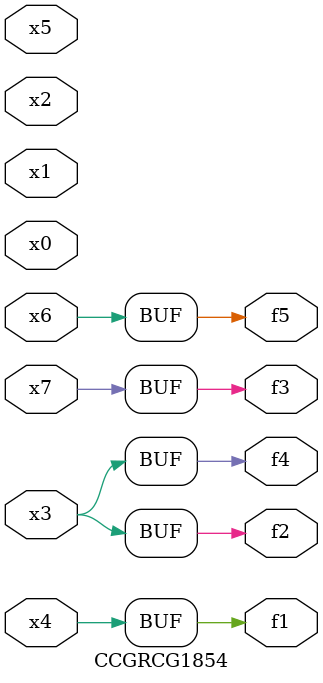
<source format=v>
module CCGRCG1854(
	input x0, x1, x2, x3, x4, x5, x6, x7,
	output f1, f2, f3, f4, f5
);
	assign f1 = x4;
	assign f2 = x3;
	assign f3 = x7;
	assign f4 = x3;
	assign f5 = x6;
endmodule

</source>
